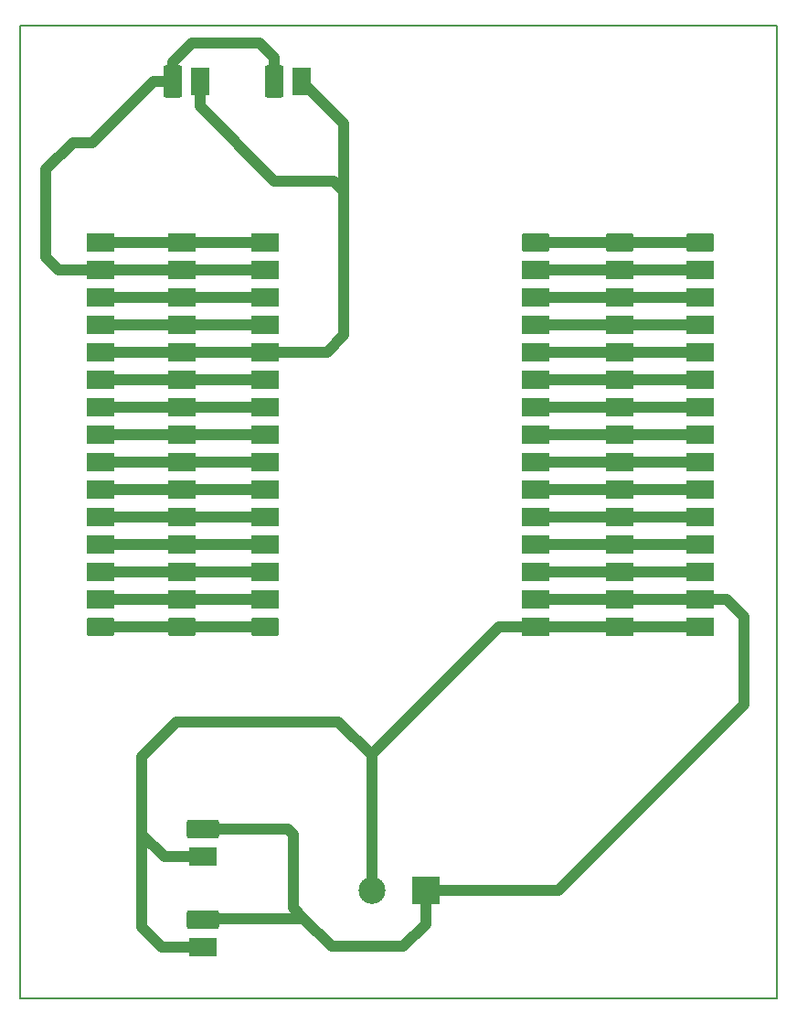
<source format=gbr>
%TF.GenerationSoftware,KiCad,Pcbnew,6.0.7+dfsg-1+b1*%
%TF.CreationDate,2022-09-30T15:10:00-05:00*%
%TF.ProjectId,esp32,65737033-322e-46b6-9963-61645f706362,rev?*%
%TF.SameCoordinates,Original*%
%TF.FileFunction,Copper,L1,Top*%
%TF.FilePolarity,Positive*%
%FSLAX46Y46*%
G04 Gerber Fmt 4.6, Leading zero omitted, Abs format (unit mm)*
G04 Created by KiCad (PCBNEW 6.0.7+dfsg-1+b1) date 2022-09-30 15:10:00*
%MOMM*%
%LPD*%
G01*
G04 APERTURE LIST*
G04 Aperture macros list*
%AMRoundRect*
0 Rectangle with rounded corners*
0 $1 Rounding radius*
0 $2 $3 $4 $5 $6 $7 $8 $9 X,Y pos of 4 corners*
0 Add a 4 corners polygon primitive as box body*
4,1,4,$2,$3,$4,$5,$6,$7,$8,$9,$2,$3,0*
0 Add four circle primitives for the rounded corners*
1,1,$1+$1,$2,$3*
1,1,$1+$1,$4,$5*
1,1,$1+$1,$6,$7*
1,1,$1+$1,$8,$9*
0 Add four rect primitives between the rounded corners*
20,1,$1+$1,$2,$3,$4,$5,0*
20,1,$1+$1,$4,$5,$6,$7,0*
20,1,$1+$1,$6,$7,$8,$9,0*
20,1,$1+$1,$8,$9,$2,$3,0*%
G04 Aperture macros list end*
%TA.AperFunction,NonConductor*%
%ADD10C,0.200000*%
%TD*%
%TA.AperFunction,ComponentPad*%
%ADD11RoundRect,0.250000X1.020000X-0.620000X1.020000X0.620000X-1.020000X0.620000X-1.020000X-0.620000X0*%
%TD*%
%TA.AperFunction,ComponentPad*%
%ADD12R,2.540000X1.740000*%
%TD*%
%TA.AperFunction,ComponentPad*%
%ADD13RoundRect,0.250000X-0.620000X-1.250000X0.620000X-1.250000X0.620000X1.250000X-0.620000X1.250000X0*%
%TD*%
%TA.AperFunction,ComponentPad*%
%ADD14R,1.740000X2.540000*%
%TD*%
%TA.AperFunction,ComponentPad*%
%ADD15RoundRect,0.250000X-1.020000X0.620000X-1.020000X-0.620000X1.020000X-0.620000X1.020000X0.620000X0*%
%TD*%
%TA.AperFunction,ComponentPad*%
%ADD16R,2.500000X2.500000*%
%TD*%
%TA.AperFunction,ComponentPad*%
%ADD17C,2.500000*%
%TD*%
%TA.AperFunction,ComponentPad*%
%ADD18RoundRect,0.250000X-1.250000X0.620000X-1.250000X-0.620000X1.250000X-0.620000X1.250000X0.620000X0*%
%TD*%
%TA.AperFunction,Conductor*%
%ADD19C,1.000000*%
%TD*%
G04 APERTURE END LIST*
D10*
X104920000Y-63960000D02*
X175040000Y-63960000D01*
X175040000Y-63960000D02*
X175040000Y-154000000D01*
X175040000Y-154000000D02*
X104920000Y-154000000D01*
X104920000Y-154000000D02*
X104920000Y-63960000D01*
D11*
%TO.P,J6der1,1,Pin_1*%
%TO.N,3V3*%
X119937500Y-119590000D03*
D12*
%TO.P,J6der1,2,Pin_2*%
%TO.N,GND2*%
X119937500Y-117050000D03*
%TO.P,J6der1,3,Pin_3*%
%TO.N,D15*%
X119937500Y-114510000D03*
%TO.P,J6der1,4,Pin_4*%
%TO.N,D2*%
X119937500Y-111970000D03*
%TO.P,J6der1,5,Pin_5*%
%TO.N,D4*%
X119937500Y-109430000D03*
%TO.P,J6der1,6,Pin_6*%
%TO.N,RX2*%
X119937500Y-106890000D03*
%TO.P,J6der1,7,Pin_7*%
%TO.N,TX2*%
X119937500Y-104350000D03*
%TO.P,J6der1,8,Pin_8*%
%TO.N,D5*%
X119937500Y-101810000D03*
%TO.P,J6der1,9,Pin_9*%
%TO.N,D18*%
X119937500Y-99270000D03*
%TO.P,J6der1,10,Pin_10*%
%TO.N,D19*%
X119937500Y-96730000D03*
%TO.P,J6der1,11,Pin_11*%
%TO.N,D21*%
X119937500Y-94190000D03*
%TO.P,J6der1,12,Pin_12*%
%TO.N,RX0*%
X119937500Y-91650000D03*
%TO.P,J6der1,13,Pin_13*%
%TO.N,TX0*%
X119937500Y-89110000D03*
%TO.P,J6der1,14,Pin_14*%
%TO.N,D22*%
X119937500Y-86570000D03*
%TO.P,J6der1,15,Pin_15*%
%TO.N,D23*%
X119937500Y-84030000D03*
%TD*%
D13*
%TO.P,J1,1,Pin_1*%
%TO.N,D22*%
X128460000Y-69140000D03*
D14*
%TO.P,J1,2,Pin_2*%
%TO.N,D21*%
X131000000Y-69140000D03*
%TD*%
D13*
%TO.P,J7,1,Pin_1*%
%TO.N,D22*%
X119030000Y-69140000D03*
D14*
%TO.P,J7,2,Pin_2*%
%TO.N,D21*%
X121570000Y-69140000D03*
%TD*%
D15*
%TO.P,J4,1,Pin_1*%
%TO.N,EN*%
X160437500Y-84020000D03*
D12*
%TO.P,J4,2,Pin_2*%
%TO.N,VP*%
X160437500Y-86560000D03*
%TO.P,J4,3,Pin_3*%
%TO.N,VN*%
X160437500Y-89100000D03*
%TO.P,J4,4,Pin_4*%
%TO.N,D34*%
X160437500Y-91640000D03*
%TO.P,J4,5,Pin_5*%
%TO.N,D35*%
X160437500Y-94180000D03*
%TO.P,J4,6,Pin_6*%
%TO.N,D32*%
X160437500Y-96720000D03*
%TO.P,J4,7,Pin_7*%
%TO.N,D33*%
X160437500Y-99260000D03*
%TO.P,J4,8,Pin_8*%
%TO.N,D25*%
X160437500Y-101800000D03*
%TO.P,J4,9,Pin_9*%
%TO.N,D26*%
X160437500Y-104340000D03*
%TO.P,J4,10,Pin_10*%
%TO.N,D27*%
X160437500Y-106880000D03*
%TO.P,J4,11,Pin_11*%
%TO.N,D14*%
X160437500Y-109420000D03*
%TO.P,J4,12,Pin_12*%
%TO.N,D12*%
X160437500Y-111960000D03*
%TO.P,J4,13,Pin_13*%
%TO.N,D13*%
X160437500Y-114500000D03*
%TO.P,J4,14,Pin_14*%
%TO.N,GND*%
X160437500Y-117040000D03*
%TO.P,J4,15,Pin_15*%
%TO.N,VIN*%
X160437500Y-119580000D03*
%TD*%
D11*
%TO.P,J7der1,1,Pin_1*%
%TO.N,3V3*%
X112415000Y-119570000D03*
D12*
%TO.P,J7der1,2,Pin_2*%
%TO.N,GND2*%
X112415000Y-117030000D03*
%TO.P,J7der1,3,Pin_3*%
%TO.N,D15*%
X112415000Y-114490000D03*
%TO.P,J7der1,4,Pin_4*%
%TO.N,D2*%
X112415000Y-111950000D03*
%TO.P,J7der1,5,Pin_5*%
%TO.N,D4*%
X112415000Y-109410000D03*
%TO.P,J7der1,6,Pin_6*%
%TO.N,RX2*%
X112415000Y-106870000D03*
%TO.P,J7der1,7,Pin_7*%
%TO.N,TX2*%
X112415000Y-104330000D03*
%TO.P,J7der1,8,Pin_8*%
%TO.N,D5*%
X112415000Y-101790000D03*
%TO.P,J7der1,9,Pin_9*%
%TO.N,D18*%
X112415000Y-99250000D03*
%TO.P,J7der1,10,Pin_10*%
%TO.N,D19*%
X112415000Y-96710000D03*
%TO.P,J7der1,11,Pin_11*%
%TO.N,D21*%
X112415000Y-94170000D03*
%TO.P,J7der1,12,Pin_12*%
%TO.N,RX0*%
X112415000Y-91630000D03*
%TO.P,J7der1,13,Pin_13*%
%TO.N,TX0*%
X112415000Y-89090000D03*
%TO.P,J7der1,14,Pin_14*%
%TO.N,D22*%
X112415000Y-86550000D03*
%TO.P,J7der1,15,Pin_15*%
%TO.N,D23*%
X112415000Y-84010000D03*
%TD*%
D16*
%TO.P,J3,1,Pin_1*%
%TO.N,GND*%
X142500000Y-144000000D03*
D17*
%TO.P,J3,2,Pin_2*%
%TO.N,VIN*%
X137500000Y-144000000D03*
%TD*%
D18*
%TO.P,J6,1,Pin_1*%
%TO.N,GND*%
X121842500Y-146730000D03*
D12*
%TO.P,J6,2,Pin_2*%
%TO.N,VIN*%
X121842500Y-149270000D03*
%TD*%
D11*
%TO.P,J8der1,1,Pin_1*%
%TO.N,3V3*%
X127600000Y-119570000D03*
D12*
%TO.P,J8der1,2,Pin_2*%
%TO.N,GND2*%
X127600000Y-117030000D03*
%TO.P,J8der1,3,Pin_3*%
%TO.N,D15*%
X127600000Y-114490000D03*
%TO.P,J8der1,4,Pin_4*%
%TO.N,D2*%
X127600000Y-111950000D03*
%TO.P,J8der1,5,Pin_5*%
%TO.N,D4*%
X127600000Y-109410000D03*
%TO.P,J8der1,6,Pin_6*%
%TO.N,RX2*%
X127600000Y-106870000D03*
%TO.P,J8der1,7,Pin_7*%
%TO.N,TX2*%
X127600000Y-104330000D03*
%TO.P,J8der1,8,Pin_8*%
%TO.N,D5*%
X127600000Y-101790000D03*
%TO.P,J8der1,9,Pin_9*%
%TO.N,D18*%
X127600000Y-99250000D03*
%TO.P,J8der1,10,Pin_10*%
%TO.N,D19*%
X127600000Y-96710000D03*
%TO.P,J8der1,11,Pin_11*%
%TO.N,D21*%
X127600000Y-94170000D03*
%TO.P,J8der1,12,Pin_12*%
%TO.N,RX0*%
X127600000Y-91630000D03*
%TO.P,J8der1,13,Pin_13*%
%TO.N,TX0*%
X127600000Y-89090000D03*
%TO.P,J8der1,14,Pin_14*%
%TO.N,D22*%
X127600000Y-86550000D03*
%TO.P,J8der1,15,Pin_15*%
%TO.N,D23*%
X127600000Y-84010000D03*
%TD*%
D18*
%TO.P,J8,1,Pin_1*%
%TO.N,GND*%
X121842500Y-138330000D03*
D12*
%TO.P,J8,2,Pin_2*%
%TO.N,VIN*%
X121842500Y-140870000D03*
%TD*%
D15*
%TO.P,J5,1,Pin_1*%
%TO.N,EN*%
X152687500Y-84020000D03*
D12*
%TO.P,J5,2,Pin_2*%
%TO.N,VP*%
X152687500Y-86560000D03*
%TO.P,J5,3,Pin_3*%
%TO.N,VN*%
X152687500Y-89100000D03*
%TO.P,J5,4,Pin_4*%
%TO.N,D34*%
X152687500Y-91640000D03*
%TO.P,J5,5,Pin_5*%
%TO.N,D35*%
X152687500Y-94180000D03*
%TO.P,J5,6,Pin_6*%
%TO.N,D32*%
X152687500Y-96720000D03*
%TO.P,J5,7,Pin_7*%
%TO.N,D33*%
X152687500Y-99260000D03*
%TO.P,J5,8,Pin_8*%
%TO.N,D25*%
X152687500Y-101800000D03*
%TO.P,J5,9,Pin_9*%
%TO.N,D26*%
X152687500Y-104340000D03*
%TO.P,J5,10,Pin_10*%
%TO.N,D27*%
X152687500Y-106880000D03*
%TO.P,J5,11,Pin_11*%
%TO.N,D14*%
X152687500Y-109420000D03*
%TO.P,J5,12,Pin_12*%
%TO.N,D12*%
X152687500Y-111960000D03*
%TO.P,J5,13,Pin_13*%
%TO.N,D13*%
X152687500Y-114500000D03*
%TO.P,J5,14,Pin_14*%
%TO.N,GND*%
X152687500Y-117040000D03*
%TO.P,J5,15,Pin_15*%
%TO.N,VIN*%
X152687500Y-119580000D03*
%TD*%
D15*
%TO.P,J2,1,Pin_1*%
%TO.N,EN*%
X167915000Y-84020000D03*
D12*
%TO.P,J2,2,Pin_2*%
%TO.N,VP*%
X167915000Y-86560000D03*
%TO.P,J2,3,Pin_3*%
%TO.N,VN*%
X167915000Y-89100000D03*
%TO.P,J2,4,Pin_4*%
%TO.N,D34*%
X167915000Y-91640000D03*
%TO.P,J2,5,Pin_5*%
%TO.N,D35*%
X167915000Y-94180000D03*
%TO.P,J2,6,Pin_6*%
%TO.N,D32*%
X167915000Y-96720000D03*
%TO.P,J2,7,Pin_7*%
%TO.N,D33*%
X167915000Y-99260000D03*
%TO.P,J2,8,Pin_8*%
%TO.N,D25*%
X167915000Y-101800000D03*
%TO.P,J2,9,Pin_9*%
%TO.N,D26*%
X167915000Y-104340000D03*
%TO.P,J2,10,Pin_10*%
%TO.N,D27*%
X167915000Y-106880000D03*
%TO.P,J2,11,Pin_11*%
%TO.N,D14*%
X167915000Y-109420000D03*
%TO.P,J2,12,Pin_12*%
%TO.N,D12*%
X167915000Y-111960000D03*
%TO.P,J2,13,Pin_13*%
%TO.N,D13*%
X167915000Y-114500000D03*
%TO.P,J2,14,Pin_14*%
%TO.N,GND*%
X167915000Y-117040000D03*
%TO.P,J2,15,Pin_15*%
%TO.N,VIN*%
X167915000Y-119580000D03*
%TD*%
D19*
%TO.N,D21*%
X134900000Y-92600000D02*
X134900000Y-79300000D01*
X128500000Y-78400000D02*
X134000000Y-78400000D01*
X134900000Y-79300000D02*
X134900000Y-78400000D01*
X134000000Y-78400000D02*
X134900000Y-79300000D01*
%TO.N,GND*%
X154800000Y-144000000D02*
X172000000Y-126800000D01*
X170340000Y-117040000D02*
X167915000Y-117040000D01*
X133800000Y-149200000D02*
X131200000Y-146600000D01*
X131200000Y-146600000D02*
X121972500Y-146600000D01*
X140400000Y-149200000D02*
X133800000Y-149200000D01*
X121972500Y-146600000D02*
X121842500Y-146730000D01*
X172000000Y-118700000D02*
X170340000Y-117040000D01*
X131200000Y-146600000D02*
X130200000Y-145600000D01*
X172000000Y-126800000D02*
X172000000Y-118700000D01*
X129730000Y-138330000D02*
X121842500Y-138330000D01*
X167915000Y-117040000D02*
X152687500Y-117040000D01*
X130200000Y-145600000D02*
X130200000Y-138800000D01*
X142500000Y-147100000D02*
X140400000Y-149200000D01*
X130200000Y-138800000D02*
X129730000Y-138330000D01*
X142500000Y-144000000D02*
X154800000Y-144000000D01*
X142500000Y-144000000D02*
X142500000Y-147100000D01*
%TO.N,VIN*%
X149320000Y-119580000D02*
X167915000Y-119580000D01*
X137500000Y-131500000D02*
X134400000Y-128400000D01*
X118270000Y-140870000D02*
X121842500Y-140870000D01*
X137500000Y-144000000D02*
X137500000Y-132300000D01*
X119400000Y-128400000D02*
X116200000Y-131600000D01*
X116200000Y-147400000D02*
X118070000Y-149270000D01*
X134400000Y-128400000D02*
X119400000Y-128400000D01*
X116200000Y-138800000D02*
X116200000Y-147400000D01*
X137500000Y-132300000D02*
X137500000Y-131400000D01*
X137500000Y-131400000D02*
X149320000Y-119580000D01*
X137500000Y-132300000D02*
X137500000Y-131500000D01*
X116200000Y-138800000D02*
X118270000Y-140870000D01*
X116200000Y-131600000D02*
X116200000Y-138800000D01*
X118070000Y-149270000D02*
X121842500Y-149270000D01*
%TO.N,D21*%
X134900000Y-73040000D02*
X131000000Y-69140000D01*
X127600000Y-94170000D02*
X112415000Y-94170000D01*
X133330000Y-94170000D02*
X134900000Y-92600000D01*
X127600000Y-94170000D02*
X133330000Y-94170000D01*
X121570000Y-71470000D02*
X121570000Y-69140000D01*
X128500000Y-78400000D02*
X121570000Y-71470000D01*
X134900000Y-78400000D02*
X134900000Y-73040000D01*
%TO.N,D22*%
X127100000Y-65600000D02*
X128460000Y-66960000D01*
X109800000Y-74800000D02*
X111600000Y-74800000D01*
X110095000Y-86600000D02*
X108500000Y-86600000D01*
X107300000Y-77300000D02*
X109800000Y-74800000D01*
X111600000Y-74800000D02*
X117260000Y-69140000D01*
X117260000Y-69140000D02*
X119030000Y-69140000D01*
X108500000Y-86600000D02*
X107300000Y-85400000D01*
X119030000Y-67370000D02*
X120800000Y-65600000D01*
X127600000Y-86550000D02*
X112415000Y-86550000D01*
X107300000Y-85400000D02*
X107300000Y-77300000D01*
X119030000Y-69140000D02*
X119030000Y-67370000D01*
X128460000Y-66960000D02*
X128460000Y-69140000D01*
X120800000Y-65600000D02*
X127100000Y-65600000D01*
X112415000Y-86550000D02*
X110145000Y-86550000D01*
X110145000Y-86550000D02*
X110095000Y-86600000D01*
%TO.N,EN*%
X167915000Y-84020000D02*
X152687500Y-84020000D01*
%TO.N,VP*%
X152687500Y-86560000D02*
X167915000Y-86560000D01*
%TO.N,VN*%
X167915000Y-89100000D02*
X152687500Y-89100000D01*
%TO.N,D34*%
X152687500Y-91640000D02*
X167915000Y-91640000D01*
%TO.N,D35*%
X167915000Y-94180000D02*
X152687500Y-94180000D01*
%TO.N,D32*%
X152687500Y-96720000D02*
X167915000Y-96720000D01*
%TO.N,D33*%
X167915000Y-99260000D02*
X152687500Y-99260000D01*
%TO.N,D25*%
X152687500Y-101800000D02*
X167915000Y-101800000D01*
%TO.N,D26*%
X167915000Y-104340000D02*
X152687500Y-104340000D01*
%TO.N,D27*%
X167915000Y-106880000D02*
X152687500Y-106880000D01*
%TO.N,D14*%
X152687500Y-109420000D02*
X167915000Y-109420000D01*
%TO.N,D12*%
X167915000Y-111960000D02*
X152687500Y-111960000D01*
%TO.N,D13*%
X152687500Y-114500000D02*
X167915000Y-114500000D01*
%TO.N,3V3*%
X127600000Y-119570000D02*
X112415000Y-119570000D01*
%TO.N,GND2*%
X112415000Y-117030000D02*
X127600000Y-117030000D01*
%TO.N,D15*%
X127600000Y-114490000D02*
X112415000Y-114490000D01*
%TO.N,D2*%
X127600000Y-111950000D02*
X112415000Y-111950000D01*
%TO.N,D4*%
X127600000Y-109410000D02*
X112415000Y-109410000D01*
%TO.N,RX2*%
X112415000Y-106870000D02*
X127600000Y-106870000D01*
%TO.N,TX2*%
X127600000Y-104330000D02*
X112415000Y-104330000D01*
%TO.N,D5*%
X127600000Y-101790000D02*
X112415000Y-101790000D01*
%TO.N,D18*%
X112415000Y-99250000D02*
X127600000Y-99250000D01*
%TO.N,D19*%
X127600000Y-96710000D02*
X112415000Y-96710000D01*
%TO.N,RX0*%
X112415000Y-91630000D02*
X127600000Y-91630000D01*
%TO.N,TX0*%
X127600000Y-89090000D02*
X112415000Y-89090000D01*
%TO.N,D23*%
X127600000Y-84010000D02*
X112415000Y-84010000D01*
%TD*%
M02*

</source>
